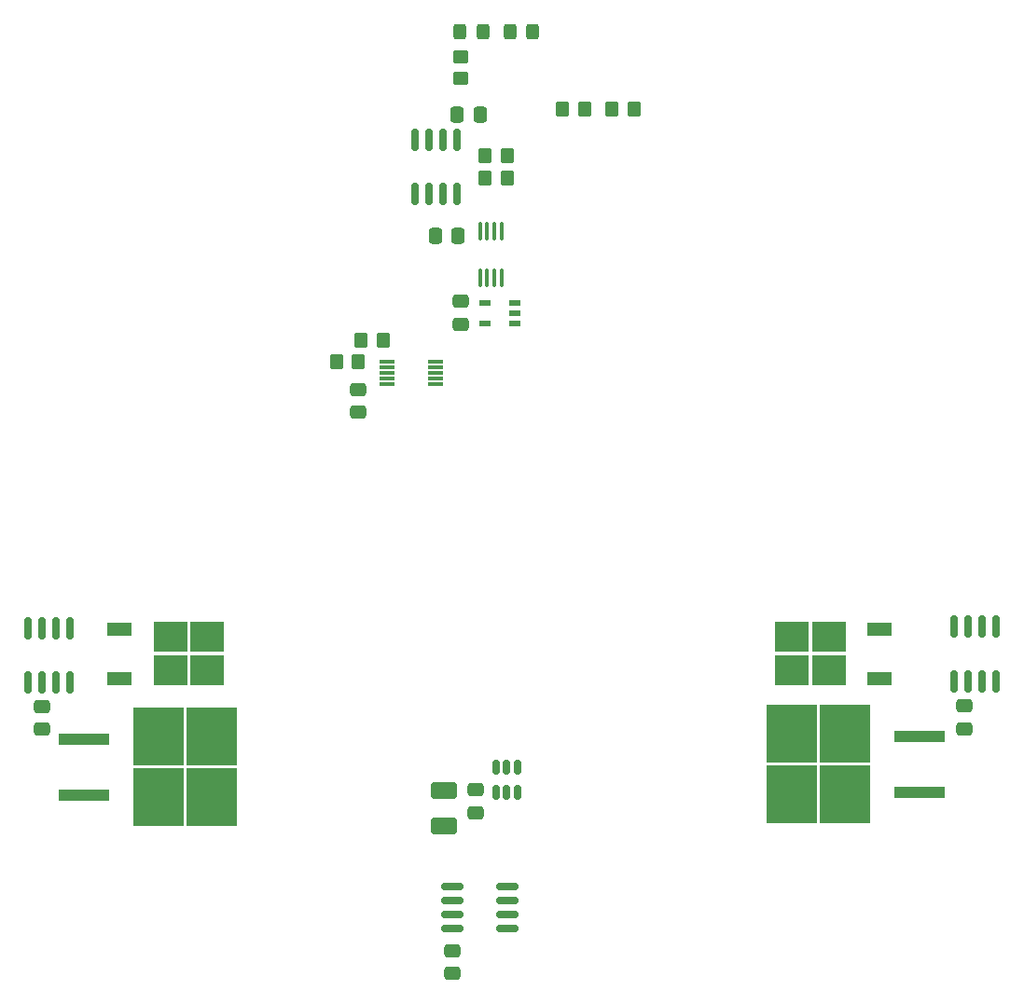
<source format=gbr>
%TF.GenerationSoftware,KiCad,Pcbnew,(6.0.6-1)-1*%
%TF.CreationDate,2022-07-21T21:53:33-04:00*%
%TF.ProjectId,iGEM,6947454d-2e6b-4696-9361-645f70636258,rev?*%
%TF.SameCoordinates,Original*%
%TF.FileFunction,Paste,Top*%
%TF.FilePolarity,Positive*%
%FSLAX46Y46*%
G04 Gerber Fmt 4.6, Leading zero omitted, Abs format (unit mm)*
G04 Created by KiCad (PCBNEW (6.0.6-1)-1) date 2022-07-21 21:53:33*
%MOMM*%
%LPD*%
G01*
G04 APERTURE LIST*
G04 Aperture macros list*
%AMRoundRect*
0 Rectangle with rounded corners*
0 $1 Rounding radius*
0 $2 $3 $4 $5 $6 $7 $8 $9 X,Y pos of 4 corners*
0 Add a 4 corners polygon primitive as box body*
4,1,4,$2,$3,$4,$5,$6,$7,$8,$9,$2,$3,0*
0 Add four circle primitives for the rounded corners*
1,1,$1+$1,$2,$3*
1,1,$1+$1,$4,$5*
1,1,$1+$1,$6,$7*
1,1,$1+$1,$8,$9*
0 Add four rect primitives between the rounded corners*
20,1,$1+$1,$2,$3,$4,$5,0*
20,1,$1+$1,$4,$5,$6,$7,0*
20,1,$1+$1,$6,$7,$8,$9,0*
20,1,$1+$1,$8,$9,$2,$3,0*%
G04 Aperture macros list end*
%ADD10RoundRect,0.250000X-0.475000X0.337500X-0.475000X-0.337500X0.475000X-0.337500X0.475000X0.337500X0*%
%ADD11R,3.050000X2.750000*%
%ADD12R,2.200000X1.200000*%
%ADD13RoundRect,0.150000X-0.150000X0.825000X-0.150000X-0.825000X0.150000X-0.825000X0.150000X0.825000X0*%
%ADD14R,1.050000X0.600000*%
%ADD15RoundRect,0.150000X0.825000X0.150000X-0.825000X0.150000X-0.825000X-0.150000X0.825000X-0.150000X0*%
%ADD16R,1.400000X0.300000*%
%ADD17RoundRect,0.250000X-0.325000X-0.450000X0.325000X-0.450000X0.325000X0.450000X-0.325000X0.450000X0*%
%ADD18RoundRect,0.250000X0.337500X0.475000X-0.337500X0.475000X-0.337500X-0.475000X0.337500X-0.475000X0*%
%ADD19RoundRect,0.150000X0.150000X-0.512500X0.150000X0.512500X-0.150000X0.512500X-0.150000X-0.512500X0*%
%ADD20RoundRect,0.250000X-0.350000X-0.450000X0.350000X-0.450000X0.350000X0.450000X-0.350000X0.450000X0*%
%ADD21RoundRect,0.250000X0.475000X-0.337500X0.475000X0.337500X-0.475000X0.337500X-0.475000X-0.337500X0*%
%ADD22RoundRect,0.250000X0.350000X0.450000X-0.350000X0.450000X-0.350000X-0.450000X0.350000X-0.450000X0*%
%ADD23R,4.550000X5.250000*%
%ADD24R,4.600000X1.100000*%
%ADD25RoundRect,0.250001X-0.924999X0.499999X-0.924999X-0.499999X0.924999X-0.499999X0.924999X0.499999X0*%
%ADD26RoundRect,0.250000X0.450000X-0.350000X0.450000X0.350000X-0.450000X0.350000X-0.450000X-0.350000X0*%
%ADD27RoundRect,0.250000X-0.337500X-0.475000X0.337500X-0.475000X0.337500X0.475000X-0.337500X0.475000X0*%
%ADD28RoundRect,0.100000X0.100000X-0.712500X0.100000X0.712500X-0.100000X0.712500X-0.100000X-0.712500X0*%
G04 APERTURE END LIST*
D10*
%TO.C,C4*%
X109600000Y-118112501D03*
X109600000Y-120187501D03*
%TD*%
%TO.C,C11*%
X99000000Y-81712500D03*
X99000000Y-83787500D03*
%TD*%
D11*
%TO.C,Q2*%
X81925000Y-104225000D03*
X81925000Y-107275000D03*
X85275000Y-107275000D03*
X85275000Y-104225000D03*
D12*
X77300000Y-103470000D03*
X77300000Y-108030000D03*
%TD*%
D13*
%TO.C,U4*%
X72770000Y-103390000D03*
X71500000Y-103390000D03*
X70230000Y-103390000D03*
X68960000Y-103390000D03*
X68960000Y-108340000D03*
X70230000Y-108340000D03*
X71500000Y-108340000D03*
X72770000Y-108340000D03*
%TD*%
D14*
%TO.C,U3*%
X113200000Y-75762500D03*
X113200000Y-74812500D03*
X113200000Y-73862500D03*
X110500000Y-73862500D03*
X110500000Y-75762500D03*
%TD*%
D15*
%TO.C,IC1*%
X112475000Y-130655000D03*
X112475000Y-129385000D03*
X112475000Y-128115000D03*
X112475000Y-126845000D03*
X107525000Y-126845000D03*
X107525000Y-128115000D03*
X107525000Y-129385000D03*
X107525000Y-130655000D03*
%TD*%
D16*
%TO.C,IC2*%
X105950000Y-81250000D03*
X105950000Y-80750000D03*
X105950000Y-80250000D03*
X105950000Y-79750000D03*
X105950000Y-79250000D03*
X101550000Y-79250000D03*
X101550000Y-79750000D03*
X101550000Y-80250000D03*
X101550000Y-80750000D03*
X101550000Y-81250000D03*
%TD*%
D10*
%TO.C,C2*%
X107500000Y-132712500D03*
X107500000Y-134787500D03*
%TD*%
D13*
%TO.C,U2*%
X107905000Y-59025000D03*
X106635000Y-59025000D03*
X105365000Y-59025000D03*
X104095000Y-59025000D03*
X104095000Y-63975000D03*
X105365000Y-63975000D03*
X106635000Y-63975000D03*
X107905000Y-63975000D03*
%TD*%
D17*
%TO.C,D6*%
X112725000Y-49250000D03*
X114775000Y-49250000D03*
%TD*%
D18*
%TO.C,C8*%
X108037500Y-67750000D03*
X105962500Y-67750000D03*
%TD*%
D13*
%TO.C,U5*%
X156905000Y-103275000D03*
X155635000Y-103275000D03*
X154365000Y-103275000D03*
X153095000Y-103275000D03*
X153095000Y-108225000D03*
X154365000Y-108225000D03*
X155635000Y-108225000D03*
X156905000Y-108225000D03*
%TD*%
D10*
%TO.C,C5*%
X70250000Y-110512500D03*
X70250000Y-112587500D03*
%TD*%
D19*
%TO.C,U1*%
X111500000Y-118337500D03*
X112450000Y-118337500D03*
X113400000Y-118337500D03*
X113400000Y-116062500D03*
X112450000Y-116062500D03*
X111500000Y-116062500D03*
%TD*%
D20*
%TO.C,R3*%
X110500000Y-60500000D03*
X112500000Y-60500000D03*
%TD*%
%TO.C,R9*%
X117500000Y-56250000D03*
X119500000Y-56250000D03*
%TD*%
D21*
%TO.C,C3*%
X108250000Y-75787500D03*
X108250000Y-73712500D03*
%TD*%
D20*
%TO.C,R4*%
X110500000Y-62500000D03*
X112500000Y-62500000D03*
%TD*%
%TO.C,R1*%
X97000000Y-79250000D03*
X99000000Y-79250000D03*
%TD*%
D11*
%TO.C,Q5*%
X138325000Y-104225000D03*
X141675000Y-104225000D03*
X138325000Y-107275000D03*
X141675000Y-107275000D03*
D12*
X146300000Y-108030000D03*
X146300000Y-103470000D03*
%TD*%
D22*
%TO.C,R10*%
X124000000Y-56250000D03*
X122000000Y-56250000D03*
%TD*%
D23*
%TO.C,Q8*%
X138325000Y-112975000D03*
X143175000Y-118525000D03*
X143175000Y-112975000D03*
X138325000Y-118525000D03*
D24*
X149900000Y-118290000D03*
X149900000Y-113210000D03*
%TD*%
D25*
%TO.C,C7*%
X106750000Y-118125001D03*
X106750000Y-121375001D03*
%TD*%
D26*
%TO.C,R7*%
X108250000Y-53500000D03*
X108250000Y-51500000D03*
%TD*%
D27*
%TO.C,C1*%
X107962500Y-56750000D03*
X110037500Y-56750000D03*
%TD*%
D20*
%TO.C,R5*%
X99250000Y-77250000D03*
X101250000Y-77250000D03*
%TD*%
D23*
%TO.C,Q3*%
X85675000Y-118775000D03*
X80825000Y-113225000D03*
X80825000Y-118775000D03*
X85675000Y-113225000D03*
D24*
X74100000Y-113460000D03*
X74100000Y-118540000D03*
%TD*%
D28*
%TO.C,IC3*%
X110025000Y-71612500D03*
X110675000Y-71612500D03*
X111325000Y-71612500D03*
X111975000Y-71612500D03*
X111975000Y-67387500D03*
X111325000Y-67387500D03*
X110675000Y-67387500D03*
X110025000Y-67387500D03*
%TD*%
D17*
%TO.C,D8*%
X108225000Y-49250000D03*
X110275000Y-49250000D03*
%TD*%
D10*
%TO.C,C6*%
X154000000Y-110462500D03*
X154000000Y-112537500D03*
%TD*%
M02*

</source>
